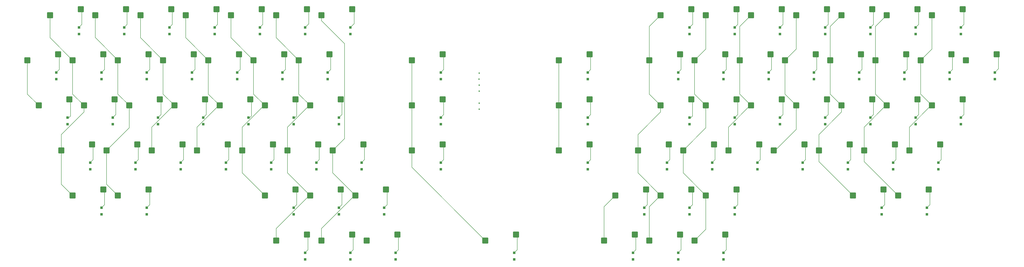
<source format=gbl>
G04 #@! TF.GenerationSoftware,KiCad,Pcbnew,8.0.9*
G04 #@! TF.CreationDate,2025-09-25T17:38:48-07:00*
G04 #@! TF.ProjectId,keyboard,6b657962-6f61-4726-942e-6b696361645f,v0.0.0-alpha*
G04 #@! TF.SameCoordinates,Original*
G04 #@! TF.FileFunction,Copper,L4,Bot*
G04 #@! TF.FilePolarity,Positive*
%FSLAX46Y46*%
G04 Gerber Fmt 4.6, Leading zero omitted, Abs format (unit mm)*
G04 Created by KiCad (PCBNEW 8.0.9) date 2025-09-25 17:38:48*
%MOMM*%
%LPD*%
G01*
G04 APERTURE LIST*
G04 Aperture macros list*
%AMRoundRect*
0 Rectangle with rounded corners*
0 $1 Rounding radius*
0 $2 $3 $4 $5 $6 $7 $8 $9 X,Y pos of 4 corners*
0 Add a 4 corners polygon primitive as box body*
4,1,4,$2,$3,$4,$5,$6,$7,$8,$9,$2,$3,0*
0 Add four circle primitives for the rounded corners*
1,1,$1+$1,$2,$3*
1,1,$1+$1,$4,$5*
1,1,$1+$1,$6,$7*
1,1,$1+$1,$8,$9*
0 Add four rect primitives between the rounded corners*
20,1,$1+$1,$2,$3,$4,$5,0*
20,1,$1+$1,$4,$5,$6,$7,0*
20,1,$1+$1,$6,$7,$8,$9,0*
20,1,$1+$1,$8,$9,$2,$3,0*%
G04 Aperture macros list end*
G04 #@! TA.AperFunction,SMDPad,CuDef*
%ADD10RoundRect,0.250000X-1.025000X-1.000000X1.025000X-1.000000X1.025000X1.000000X-1.025000X1.000000X0*%
G04 #@! TD*
G04 #@! TA.AperFunction,SMDPad,CuDef*
%ADD11RoundRect,0.250000X0.300000X-0.300000X0.300000X0.300000X-0.300000X0.300000X-0.300000X-0.300000X0*%
G04 #@! TD*
G04 #@! TA.AperFunction,ViaPad*
%ADD12C,0.600000*%
G04 #@! TD*
G04 #@! TA.AperFunction,Conductor*
%ADD13C,0.200000*%
G04 #@! TD*
G04 APERTURE END LIST*
D10*
G04 #@! TO.P,SW27,1*
G04 #@! TO.N,COL17*
X414484200Y-161116700D03*
G04 #@! TO.P,SW27,2*
G04 #@! TO.N,N$27*
X427411200Y-158576700D03*
G04 #@! TD*
G04 #@! TO.P,SW37,1*
G04 #@! TO.N,COL5*
X195409200Y-180166700D03*
G04 #@! TO.P,SW37,2*
G04 #@! TO.N,N$37*
X208336200Y-177626700D03*
G04 #@! TD*
G04 #@! TO.P,SW63,1*
G04 #@! TO.N,COL20*
X466871700Y-199216700D03*
G04 #@! TO.P,SW63,2*
G04 #@! TO.N,N$63*
X479798700Y-196676700D03*
G04 #@! TD*
G04 #@! TO.P,SW50,1*
G04 #@! TO.N,COL3*
X147784200Y-199216700D03*
G04 #@! TO.P,SW50,2*
G04 #@! TO.N,N$50*
X160711200Y-196676700D03*
G04 #@! TD*
G04 #@! TO.P,SW71,1*
G04 #@! TO.N,COL15*
X381146700Y-218266700D03*
G04 #@! TO.P,SW71,2*
G04 #@! TO.N,N$71*
X394073700Y-215726700D03*
G04 #@! TD*
G04 #@! TO.P,SW39,1*
G04 #@! TO.N,COL9*
X257321700Y-180166700D03*
G04 #@! TO.P,SW39,2*
G04 #@! TO.N,N$39*
X270248700Y-177626700D03*
G04 #@! TD*
G04 #@! TO.P,SW56,1*
G04 #@! TO.N,COL12*
X319234200Y-199216700D03*
G04 #@! TO.P,SW56,2*
G04 #@! TO.N,N$56*
X332161200Y-196676700D03*
G04 #@! TD*
G04 #@! TO.P,SW45,1*
G04 #@! TO.N,COL18*
X438296700Y-180166700D03*
G04 #@! TO.P,SW45,2*
G04 #@! TO.N,N$45*
X451223700Y-177626700D03*
G04 #@! TD*
G04 #@! TO.P,SW6,1*
G04 #@! TO.N,COL6*
X200171700Y-142066700D03*
G04 #@! TO.P,SW6,2*
G04 #@! TO.N,N$6*
X213098700Y-139526700D03*
G04 #@! TD*
G04 #@! TO.P,SW70,1*
G04 #@! TO.N,COL14*
X362096700Y-218266700D03*
G04 #@! TO.P,SW70,2*
G04 #@! TO.N,N$70*
X375023700Y-215726700D03*
G04 #@! TD*
G04 #@! TO.P,SW72,1*
G04 #@! TO.N,COL18*
X443059200Y-218266700D03*
G04 #@! TO.P,SW72,2*
G04 #@! TO.N,N$72*
X455986200Y-215726700D03*
G04 #@! TD*
G04 #@! TO.P,SW40,1*
G04 #@! TO.N,COL12*
X319234200Y-180166700D03*
G04 #@! TO.P,SW40,2*
G04 #@! TO.N,N$40*
X332161200Y-177626700D03*
G04 #@! TD*
G04 #@! TO.P,SW65,1*
G04 #@! TO.N,COL2*
X133496700Y-218266700D03*
G04 #@! TO.P,SW65,2*
G04 #@! TO.N,N$65*
X146423700Y-215726700D03*
G04 #@! TD*
G04 #@! TO.P,SW1,1*
G04 #@! TO.N,COL1*
X104921700Y-142066700D03*
G04 #@! TO.P,SW1,2*
G04 #@! TO.N,N$1*
X117848700Y-139526700D03*
G04 #@! TD*
G04 #@! TO.P,SW64,1*
G04 #@! TO.N,COL1*
X114446700Y-218266700D03*
G04 #@! TO.P,SW64,2*
G04 #@! TO.N,N$64*
X127373700Y-215726700D03*
G04 #@! TD*
G04 #@! TO.P,SW21,1*
G04 #@! TO.N,COL6*
X209696700Y-161116700D03*
G04 #@! TO.P,SW21,2*
G04 #@! TO.N,N$21*
X222623700Y-158576700D03*
G04 #@! TD*
G04 #@! TO.P,SW68,1*
G04 #@! TO.N,COL7*
X233509200Y-218266700D03*
G04 #@! TO.P,SW68,2*
G04 #@! TO.N,N$68*
X246436200Y-215726700D03*
G04 #@! TD*
G04 #@! TO.P,SW75,1*
G04 #@! TO.N,COL7*
X219221700Y-237316700D03*
G04 #@! TO.P,SW75,2*
G04 #@! TO.N,N$75*
X232148700Y-234776700D03*
G04 #@! TD*
G04 #@! TO.P,SW13,1*
G04 #@! TO.N,COL19*
X457346700Y-142066700D03*
G04 #@! TO.P,SW13,2*
G04 #@! TO.N,N$13*
X470273700Y-139526700D03*
G04 #@! TD*
G04 #@! TO.P,SW38,1*
G04 #@! TO.N,COL6*
X214459200Y-180166700D03*
G04 #@! TO.P,SW38,2*
G04 #@! TO.N,N$38*
X227386200Y-177626700D03*
G04 #@! TD*
G04 #@! TO.P,SW29,1*
G04 #@! TO.N,COL19*
X452584200Y-161116700D03*
G04 #@! TO.P,SW29,2*
G04 #@! TO.N,N$29*
X465511200Y-158576700D03*
G04 #@! TD*
G04 #@! TO.P,SW22,1*
G04 #@! TO.N,COL9*
X257321700Y-161116700D03*
G04 #@! TO.P,SW22,2*
G04 #@! TO.N,N$22*
X270248700Y-158576700D03*
G04 #@! TD*
G04 #@! TO.P,SW53,1*
G04 #@! TO.N,COL6*
X204934200Y-199216700D03*
G04 #@! TO.P,SW53,2*
G04 #@! TO.N,N$53*
X217861200Y-196676700D03*
G04 #@! TD*
G04 #@! TO.P,SW57,1*
G04 #@! TO.N,COL14*
X352571700Y-199216700D03*
G04 #@! TO.P,SW57,2*
G04 #@! TO.N,N$57*
X365498700Y-196676700D03*
G04 #@! TD*
G04 #@! TO.P,SW61,1*
G04 #@! TO.N,COL18*
X428771700Y-199216700D03*
G04 #@! TO.P,SW61,2*
G04 #@! TO.N,N$61*
X441698700Y-196676700D03*
G04 #@! TD*
G04 #@! TO.P,SW74,1*
G04 #@! TO.N,COL6*
X200171700Y-237316700D03*
G04 #@! TO.P,SW74,2*
G04 #@! TO.N,N$74*
X213098700Y-234776700D03*
G04 #@! TD*
G04 #@! TO.P,SW60,1*
G04 #@! TO.N,COL17*
X409721700Y-199216700D03*
G04 #@! TO.P,SW60,2*
G04 #@! TO.N,N$60*
X422648700Y-196676700D03*
G04 #@! TD*
G04 #@! TO.P,SW32,1*
G04 #@! TO.N,COL0*
X100159200Y-180166700D03*
G04 #@! TO.P,SW32,2*
G04 #@! TO.N,N$32*
X113086200Y-177626700D03*
G04 #@! TD*
G04 #@! TO.P,SW42,1*
G04 #@! TO.N,COL15*
X381146700Y-180166700D03*
G04 #@! TO.P,SW42,2*
G04 #@! TO.N,N$42*
X394073700Y-177626700D03*
G04 #@! TD*
G04 #@! TO.P,SW49,1*
G04 #@! TO.N,COL2*
X128734200Y-199216700D03*
G04 #@! TO.P,SW49,2*
G04 #@! TO.N,N$49*
X141661200Y-196676700D03*
G04 #@! TD*
G04 #@! TO.P,SW52,1*
G04 #@! TO.N,COL5*
X185884200Y-199216700D03*
G04 #@! TO.P,SW52,2*
G04 #@! TO.N,N$52*
X198811200Y-196676700D03*
G04 #@! TD*
G04 #@! TO.P,SW66,1*
G04 #@! TO.N,COL5*
X195409200Y-218266700D03*
G04 #@! TO.P,SW66,2*
G04 #@! TO.N,N$66*
X208336200Y-215726700D03*
G04 #@! TD*
G04 #@! TO.P,SW18,1*
G04 #@! TO.N,COL3*
X152546700Y-161116700D03*
G04 #@! TO.P,SW18,2*
G04 #@! TO.N,N$18*
X165473700Y-158576700D03*
G04 #@! TD*
G04 #@! TO.P,SW59,1*
G04 #@! TO.N,COL16*
X390671700Y-199216700D03*
G04 #@! TO.P,SW59,2*
G04 #@! TO.N,N$59*
X403598700Y-196676700D03*
G04 #@! TD*
G04 #@! TO.P,SW16,1*
G04 #@! TO.N,COL1*
X114446700Y-161116700D03*
G04 #@! TO.P,SW16,2*
G04 #@! TO.N,N$16*
X127373700Y-158576700D03*
G04 #@! TD*
G04 #@! TO.P,SW31,1*
G04 #@! TO.N,COL21*
X490684200Y-161116700D03*
G04 #@! TO.P,SW31,2*
G04 #@! TO.N,N$31*
X503611200Y-158576700D03*
G04 #@! TD*
G04 #@! TO.P,SW11,1*
G04 #@! TO.N,COL17*
X419246700Y-142066700D03*
G04 #@! TO.P,SW11,2*
G04 #@! TO.N,N$11*
X432173700Y-139526700D03*
G04 #@! TD*
G04 #@! TO.P,SW8,1*
G04 #@! TO.N,COL14*
X362096700Y-142066700D03*
G04 #@! TO.P,SW8,2*
G04 #@! TO.N,N$8*
X375023700Y-139526700D03*
G04 #@! TD*
G04 #@! TO.P,SW4,1*
G04 #@! TO.N,COL4*
X162071700Y-142066700D03*
G04 #@! TO.P,SW4,2*
G04 #@! TO.N,N$4*
X174998700Y-139526700D03*
G04 #@! TD*
G04 #@! TO.P,SW17,1*
G04 #@! TO.N,COL2*
X133496700Y-161116700D03*
G04 #@! TO.P,SW17,2*
G04 #@! TO.N,N$17*
X146423700Y-158576700D03*
G04 #@! TD*
G04 #@! TO.P,SW41,1*
G04 #@! TO.N,COL14*
X362096700Y-180166700D03*
G04 #@! TO.P,SW41,2*
G04 #@! TO.N,N$41*
X375023700Y-177626700D03*
G04 #@! TD*
G04 #@! TO.P,SW10,1*
G04 #@! TO.N,COL16*
X400196700Y-142066700D03*
G04 #@! TO.P,SW10,2*
G04 #@! TO.N,N$10*
X413123700Y-139526700D03*
G04 #@! TD*
G04 #@! TO.P,SW69,1*
G04 #@! TO.N,COL13*
X343046700Y-218266700D03*
G04 #@! TO.P,SW69,2*
G04 #@! TO.N,N$69*
X355973700Y-215726700D03*
G04 #@! TD*
G04 #@! TO.P,SW76,1*
G04 #@! TO.N,COL8*
X238271700Y-237316700D03*
G04 #@! TO.P,SW76,2*
G04 #@! TO.N,N$76*
X251198700Y-234776700D03*
G04 #@! TD*
G04 #@! TO.P,SW15,1*
G04 #@! TO.N,COL0*
X95396700Y-161116700D03*
G04 #@! TO.P,SW15,2*
G04 #@! TO.N,N$15*
X108323700Y-158576700D03*
G04 #@! TD*
G04 #@! TO.P,SW43,1*
G04 #@! TO.N,COL16*
X400196700Y-180166700D03*
G04 #@! TO.P,SW43,2*
G04 #@! TO.N,N$43*
X413123700Y-177626700D03*
G04 #@! TD*
G04 #@! TO.P,SW25,1*
G04 #@! TO.N,COL15*
X376384200Y-161116700D03*
G04 #@! TO.P,SW25,2*
G04 #@! TO.N,N$25*
X389311200Y-158576700D03*
G04 #@! TD*
G04 #@! TO.P,SW78,1*
G04 #@! TO.N,COL13*
X338284200Y-237316700D03*
G04 #@! TO.P,SW78,2*
G04 #@! TO.N,N$78*
X351211200Y-234776700D03*
G04 #@! TD*
G04 #@! TO.P,SW28,1*
G04 #@! TO.N,COL18*
X433534200Y-161116700D03*
G04 #@! TO.P,SW28,2*
G04 #@! TO.N,N$28*
X446461200Y-158576700D03*
G04 #@! TD*
G04 #@! TO.P,SW77,1*
G04 #@! TO.N,COL9*
X288278000Y-237316700D03*
G04 #@! TO.P,SW77,2*
G04 #@! TO.N,N$77*
X301205000Y-234776700D03*
G04 #@! TD*
G04 #@! TO.P,SW14,1*
G04 #@! TO.N,COL20*
X476396700Y-142066700D03*
G04 #@! TO.P,SW14,2*
G04 #@! TO.N,N$14*
X489323700Y-139526700D03*
G04 #@! TD*
G04 #@! TO.P,SW54,1*
G04 #@! TO.N,COL7*
X223984200Y-199216700D03*
G04 #@! TO.P,SW54,2*
G04 #@! TO.N,N$54*
X236911200Y-196676700D03*
G04 #@! TD*
G04 #@! TO.P,SW26,1*
G04 #@! TO.N,COL16*
X395434200Y-161116700D03*
G04 #@! TO.P,SW26,2*
G04 #@! TO.N,N$26*
X408361200Y-158576700D03*
G04 #@! TD*
G04 #@! TO.P,SW80,1*
G04 #@! TO.N,COL15*
X376384200Y-237316700D03*
G04 #@! TO.P,SW80,2*
G04 #@! TO.N,N$80*
X389311200Y-234776700D03*
G04 #@! TD*
G04 #@! TO.P,SW47,1*
G04 #@! TO.N,COL20*
X476396700Y-180166700D03*
G04 #@! TO.P,SW47,2*
G04 #@! TO.N,N$47*
X489323700Y-177626700D03*
G04 #@! TD*
G04 #@! TO.P,SW24,1*
G04 #@! TO.N,COL14*
X357334200Y-161116700D03*
G04 #@! TO.P,SW24,2*
G04 #@! TO.N,N$24*
X370261200Y-158576700D03*
G04 #@! TD*
G04 #@! TO.P,SW46,1*
G04 #@! TO.N,COL19*
X457346700Y-180166700D03*
G04 #@! TO.P,SW46,2*
G04 #@! TO.N,N$46*
X470273700Y-177626700D03*
G04 #@! TD*
G04 #@! TO.P,SW3,1*
G04 #@! TO.N,COL3*
X143021700Y-142066700D03*
G04 #@! TO.P,SW3,2*
G04 #@! TO.N,N$3*
X155948700Y-139526700D03*
G04 #@! TD*
G04 #@! TO.P,SW58,1*
G04 #@! TO.N,COL15*
X371621700Y-199216700D03*
G04 #@! TO.P,SW58,2*
G04 #@! TO.N,N$58*
X384548700Y-196676700D03*
G04 #@! TD*
G04 #@! TO.P,SW51,1*
G04 #@! TO.N,COL4*
X166834200Y-199216700D03*
G04 #@! TO.P,SW51,2*
G04 #@! TO.N,N$51*
X179761200Y-196676700D03*
G04 #@! TD*
G04 #@! TO.P,SW36,1*
G04 #@! TO.N,COL4*
X176359200Y-180166700D03*
G04 #@! TO.P,SW36,2*
G04 #@! TO.N,N$36*
X189286200Y-177626700D03*
G04 #@! TD*
G04 #@! TO.P,SW30,1*
G04 #@! TO.N,COL20*
X471634200Y-161116700D03*
G04 #@! TO.P,SW30,2*
G04 #@! TO.N,N$30*
X484561200Y-158576700D03*
G04 #@! TD*
G04 #@! TO.P,SW34,1*
G04 #@! TO.N,COL2*
X138259200Y-180166700D03*
G04 #@! TO.P,SW34,2*
G04 #@! TO.N,N$34*
X151186200Y-177626700D03*
G04 #@! TD*
G04 #@! TO.P,SW79,1*
G04 #@! TO.N,COL14*
X357334200Y-237316700D03*
G04 #@! TO.P,SW79,2*
G04 #@! TO.N,N$79*
X370261200Y-234776700D03*
G04 #@! TD*
G04 #@! TO.P,SW67,1*
G04 #@! TO.N,COL6*
X214459200Y-218266700D03*
G04 #@! TO.P,SW67,2*
G04 #@! TO.N,N$67*
X227386200Y-215726700D03*
G04 #@! TD*
G04 #@! TO.P,SW7,1*
G04 #@! TO.N,COL7*
X219221700Y-142066700D03*
G04 #@! TO.P,SW7,2*
G04 #@! TO.N,N$7*
X232148700Y-139526700D03*
G04 #@! TD*
G04 #@! TO.P,SW12,1*
G04 #@! TO.N,COL18*
X438296700Y-142066700D03*
G04 #@! TO.P,SW12,2*
G04 #@! TO.N,N$12*
X451223700Y-139526700D03*
G04 #@! TD*
G04 #@! TO.P,SW73,1*
G04 #@! TO.N,COL19*
X462109200Y-218266700D03*
G04 #@! TO.P,SW73,2*
G04 #@! TO.N,N$73*
X475036200Y-215726700D03*
G04 #@! TD*
G04 #@! TO.P,SW2,1*
G04 #@! TO.N,COL2*
X123971700Y-142066700D03*
G04 #@! TO.P,SW2,2*
G04 #@! TO.N,N$2*
X136898700Y-139526700D03*
G04 #@! TD*
G04 #@! TO.P,SW33,1*
G04 #@! TO.N,COL1*
X119209200Y-180166700D03*
G04 #@! TO.P,SW33,2*
G04 #@! TO.N,N$33*
X132136200Y-177626700D03*
G04 #@! TD*
G04 #@! TO.P,SW23,1*
G04 #@! TO.N,COL12*
X319234200Y-161116700D03*
G04 #@! TO.P,SW23,2*
G04 #@! TO.N,N$23*
X332161200Y-158576700D03*
G04 #@! TD*
G04 #@! TO.P,SW20,1*
G04 #@! TO.N,COL5*
X190646700Y-161116700D03*
G04 #@! TO.P,SW20,2*
G04 #@! TO.N,N$20*
X203573700Y-158576700D03*
G04 #@! TD*
G04 #@! TO.P,SW44,1*
G04 #@! TO.N,COL17*
X419246700Y-180166700D03*
G04 #@! TO.P,SW44,2*
G04 #@! TO.N,N$44*
X432173700Y-177626700D03*
G04 #@! TD*
G04 #@! TO.P,SW55,1*
G04 #@! TO.N,COL9*
X257321700Y-199216700D03*
G04 #@! TO.P,SW55,2*
G04 #@! TO.N,N$55*
X270248700Y-196676700D03*
G04 #@! TD*
G04 #@! TO.P,SW9,1*
G04 #@! TO.N,COL15*
X381146700Y-142066700D03*
G04 #@! TO.P,SW9,2*
G04 #@! TO.N,N$9*
X394073700Y-139526700D03*
G04 #@! TD*
G04 #@! TO.P,SW48,1*
G04 #@! TO.N,COL1*
X109684200Y-199216700D03*
G04 #@! TO.P,SW48,2*
G04 #@! TO.N,N$48*
X122611200Y-196676700D03*
G04 #@! TD*
G04 #@! TO.P,SW19,1*
G04 #@! TO.N,COL4*
X171596700Y-161116700D03*
G04 #@! TO.P,SW19,2*
G04 #@! TO.N,N$19*
X184523700Y-158576700D03*
G04 #@! TD*
G04 #@! TO.P,SW35,1*
G04 #@! TO.N,COL3*
X157309200Y-180166700D03*
G04 #@! TO.P,SW35,2*
G04 #@! TO.N,N$35*
X170236200Y-177626700D03*
G04 #@! TD*
G04 #@! TO.P,SW5,1*
G04 #@! TO.N,COL5*
X181121700Y-142066700D03*
G04 #@! TO.P,SW5,2*
G04 #@! TO.N,N$5*
X194048700Y-139526700D03*
G04 #@! TD*
G04 #@! TO.P,SW62,1*
G04 #@! TO.N,COL19*
X447821700Y-199216700D03*
G04 #@! TO.P,SW62,2*
G04 #@! TO.N,N$62*
X460748700Y-196676700D03*
G04 #@! TD*
D11*
G04 #@! TO.P,D63,1*
G04 #@! TO.N,ROW3*
X479036700Y-207156700D03*
G04 #@! TO.P,D63,2*
G04 #@! TO.N,N$63*
X479036700Y-204356700D03*
G04 #@! TD*
G04 #@! TO.P,D47,1*
G04 #@! TO.N,ROW2*
X488561700Y-188106700D03*
G04 #@! TO.P,D47,2*
G04 #@! TO.N,N$47*
X488561700Y-185306700D03*
G04 #@! TD*
G04 #@! TO.P,D53,1*
G04 #@! TO.N,ROW3*
X217099200Y-207156700D03*
G04 #@! TO.P,D53,2*
G04 #@! TO.N,N$53*
X217099200Y-204356700D03*
G04 #@! TD*
G04 #@! TO.P,D40,1*
G04 #@! TO.N,ROW2*
X331399200Y-188106700D03*
G04 #@! TO.P,D40,2*
G04 #@! TO.N,N$40*
X331399200Y-185306700D03*
G04 #@! TD*
G04 #@! TO.P,D76,1*
G04 #@! TO.N,ROW5*
X250436700Y-245256700D03*
G04 #@! TO.P,D76,2*
G04 #@! TO.N,N$76*
X250436700Y-242456700D03*
G04 #@! TD*
G04 #@! TO.P,D75,1*
G04 #@! TO.N,ROW5*
X231386700Y-245256700D03*
G04 #@! TO.P,D75,2*
G04 #@! TO.N,N$75*
X231386700Y-242456700D03*
G04 #@! TD*
G04 #@! TO.P,D64,1*
G04 #@! TO.N,ROW4*
X126611700Y-226206700D03*
G04 #@! TO.P,D64,2*
G04 #@! TO.N,N$64*
X126611700Y-223406700D03*
G04 #@! TD*
G04 #@! TO.P,D69,1*
G04 #@! TO.N,ROW4*
X355211700Y-226206700D03*
G04 #@! TO.P,D69,2*
G04 #@! TO.N,N$69*
X355211700Y-223406700D03*
G04 #@! TD*
G04 #@! TO.P,D38,1*
G04 #@! TO.N,ROW2*
X226624200Y-188106700D03*
G04 #@! TO.P,D38,2*
G04 #@! TO.N,N$38*
X226624200Y-185306700D03*
G04 #@! TD*
G04 #@! TO.P,D14,1*
G04 #@! TO.N,ROW0*
X488561700Y-150006700D03*
G04 #@! TO.P,D14,2*
G04 #@! TO.N,N$14*
X488561700Y-147206700D03*
G04 #@! TD*
G04 #@! TO.P,D26,1*
G04 #@! TO.N,ROW1*
X407599200Y-169056700D03*
G04 #@! TO.P,D26,2*
G04 #@! TO.N,N$26*
X407599200Y-166256700D03*
G04 #@! TD*
G04 #@! TO.P,D6,1*
G04 #@! TO.N,ROW0*
X212336700Y-150006700D03*
G04 #@! TO.P,D6,2*
G04 #@! TO.N,N$6*
X212336700Y-147206700D03*
G04 #@! TD*
G04 #@! TO.P,D15,1*
G04 #@! TO.N,ROW1*
X107561700Y-169056700D03*
G04 #@! TO.P,D15,2*
G04 #@! TO.N,N$15*
X107561700Y-166256700D03*
G04 #@! TD*
G04 #@! TO.P,D8,1*
G04 #@! TO.N,ROW0*
X374261700Y-150006700D03*
G04 #@! TO.P,D8,2*
G04 #@! TO.N,N$8*
X374261700Y-147206700D03*
G04 #@! TD*
G04 #@! TO.P,D61,1*
G04 #@! TO.N,ROW3*
X440936700Y-207156700D03*
G04 #@! TO.P,D61,2*
G04 #@! TO.N,N$61*
X440936700Y-204356700D03*
G04 #@! TD*
G04 #@! TO.P,D72,1*
G04 #@! TO.N,ROW4*
X455224200Y-226206700D03*
G04 #@! TO.P,D72,2*
G04 #@! TO.N,N$72*
X455224200Y-223406700D03*
G04 #@! TD*
G04 #@! TO.P,D62,1*
G04 #@! TO.N,ROW3*
X459986700Y-207156700D03*
G04 #@! TO.P,D62,2*
G04 #@! TO.N,N$62*
X459986700Y-204356700D03*
G04 #@! TD*
G04 #@! TO.P,D70,1*
G04 #@! TO.N,ROW4*
X374261700Y-226206700D03*
G04 #@! TO.P,D70,2*
G04 #@! TO.N,N$70*
X374261700Y-223406700D03*
G04 #@! TD*
G04 #@! TO.P,D2,1*
G04 #@! TO.N,ROW0*
X136136700Y-150006700D03*
G04 #@! TO.P,D2,2*
G04 #@! TO.N,N$2*
X136136700Y-147206700D03*
G04 #@! TD*
G04 #@! TO.P,D44,1*
G04 #@! TO.N,ROW2*
X431411700Y-188106700D03*
G04 #@! TO.P,D44,2*
G04 #@! TO.N,N$44*
X431411700Y-185306700D03*
G04 #@! TD*
G04 #@! TO.P,D60,1*
G04 #@! TO.N,ROW3*
X421886700Y-207156700D03*
G04 #@! TO.P,D60,2*
G04 #@! TO.N,N$60*
X421886700Y-204356700D03*
G04 #@! TD*
G04 #@! TO.P,D21,1*
G04 #@! TO.N,ROW1*
X221861700Y-169056700D03*
G04 #@! TO.P,D21,2*
G04 #@! TO.N,N$21*
X221861700Y-166256700D03*
G04 #@! TD*
G04 #@! TO.P,D68,1*
G04 #@! TO.N,ROW4*
X245674200Y-226206700D03*
G04 #@! TO.P,D68,2*
G04 #@! TO.N,N$68*
X245674200Y-223406700D03*
G04 #@! TD*
G04 #@! TO.P,D24,1*
G04 #@! TO.N,ROW1*
X369499200Y-169056700D03*
G04 #@! TO.P,D24,2*
G04 #@! TO.N,N$24*
X369499200Y-166256700D03*
G04 #@! TD*
G04 #@! TO.P,D30,1*
G04 #@! TO.N,ROW1*
X483799200Y-169056700D03*
G04 #@! TO.P,D30,2*
G04 #@! TO.N,N$30*
X483799200Y-166256700D03*
G04 #@! TD*
G04 #@! TO.P,D39,1*
G04 #@! TO.N,ROW2*
X269486700Y-188106700D03*
G04 #@! TO.P,D39,2*
G04 #@! TO.N,N$39*
X269486700Y-185306700D03*
G04 #@! TD*
G04 #@! TO.P,D55,1*
G04 #@! TO.N,ROW3*
X269486700Y-207156700D03*
G04 #@! TO.P,D55,2*
G04 #@! TO.N,N$55*
X269486700Y-204356700D03*
G04 #@! TD*
G04 #@! TO.P,D29,1*
G04 #@! TO.N,ROW1*
X464749200Y-169056700D03*
G04 #@! TO.P,D29,2*
G04 #@! TO.N,N$29*
X464749200Y-166256700D03*
G04 #@! TD*
G04 #@! TO.P,D71,1*
G04 #@! TO.N,ROW4*
X393311700Y-226206700D03*
G04 #@! TO.P,D71,2*
G04 #@! TO.N,N$71*
X393311700Y-223406700D03*
G04 #@! TD*
G04 #@! TO.P,D34,1*
G04 #@! TO.N,ROW2*
X150424200Y-188106700D03*
G04 #@! TO.P,D34,2*
G04 #@! TO.N,N$34*
X150424200Y-185306700D03*
G04 #@! TD*
G04 #@! TO.P,D35,1*
G04 #@! TO.N,ROW2*
X169474200Y-188106700D03*
G04 #@! TO.P,D35,2*
G04 #@! TO.N,N$35*
X169474200Y-185306700D03*
G04 #@! TD*
G04 #@! TO.P,D16,1*
G04 #@! TO.N,ROW1*
X126611700Y-169056700D03*
G04 #@! TO.P,D16,2*
G04 #@! TO.N,N$16*
X126611700Y-166256700D03*
G04 #@! TD*
G04 #@! TO.P,D9,1*
G04 #@! TO.N,ROW0*
X393311700Y-150006700D03*
G04 #@! TO.P,D9,2*
G04 #@! TO.N,N$9*
X393311700Y-147206700D03*
G04 #@! TD*
G04 #@! TO.P,D67,1*
G04 #@! TO.N,ROW4*
X226624200Y-226206700D03*
G04 #@! TO.P,D67,2*
G04 #@! TO.N,N$67*
X226624200Y-223406700D03*
G04 #@! TD*
G04 #@! TO.P,D18,1*
G04 #@! TO.N,ROW1*
X164711700Y-169056700D03*
G04 #@! TO.P,D18,2*
G04 #@! TO.N,N$18*
X164711700Y-166256700D03*
G04 #@! TD*
G04 #@! TO.P,D33,1*
G04 #@! TO.N,ROW2*
X131374200Y-188106700D03*
G04 #@! TO.P,D33,2*
G04 #@! TO.N,N$33*
X131374200Y-185306700D03*
G04 #@! TD*
G04 #@! TO.P,D79,1*
G04 #@! TO.N,ROW5*
X369499200Y-245256700D03*
G04 #@! TO.P,D79,2*
G04 #@! TO.N,N$79*
X369499200Y-242456700D03*
G04 #@! TD*
G04 #@! TO.P,D78,1*
G04 #@! TO.N,ROW5*
X350449200Y-245256700D03*
G04 #@! TO.P,D78,2*
G04 #@! TO.N,N$78*
X350449200Y-242456700D03*
G04 #@! TD*
G04 #@! TO.P,D25,1*
G04 #@! TO.N,ROW1*
X388549200Y-169056700D03*
G04 #@! TO.P,D25,2*
G04 #@! TO.N,N$25*
X388549200Y-166256700D03*
G04 #@! TD*
G04 #@! TO.P,D54,1*
G04 #@! TO.N,ROW3*
X236149200Y-207156700D03*
G04 #@! TO.P,D54,2*
G04 #@! TO.N,N$54*
X236149200Y-204356700D03*
G04 #@! TD*
G04 #@! TO.P,D41,1*
G04 #@! TO.N,ROW2*
X374261700Y-188106700D03*
G04 #@! TO.P,D41,2*
G04 #@! TO.N,N$41*
X374261700Y-185306700D03*
G04 #@! TD*
G04 #@! TO.P,D32,1*
G04 #@! TO.N,ROW2*
X112324200Y-188106700D03*
G04 #@! TO.P,D32,2*
G04 #@! TO.N,N$32*
X112324200Y-185306700D03*
G04 #@! TD*
G04 #@! TO.P,D65,1*
G04 #@! TO.N,ROW4*
X145661700Y-226206700D03*
G04 #@! TO.P,D65,2*
G04 #@! TO.N,N$65*
X145661700Y-223406700D03*
G04 #@! TD*
G04 #@! TO.P,D22,1*
G04 #@! TO.N,ROW1*
X269486700Y-169056700D03*
G04 #@! TO.P,D22,2*
G04 #@! TO.N,N$22*
X269486700Y-166256700D03*
G04 #@! TD*
G04 #@! TO.P,D77,1*
G04 #@! TO.N,ROW5*
X300443000Y-245256700D03*
G04 #@! TO.P,D77,2*
G04 #@! TO.N,N$77*
X300443000Y-242456700D03*
G04 #@! TD*
G04 #@! TO.P,D36,1*
G04 #@! TO.N,ROW2*
X188524200Y-188106700D03*
G04 #@! TO.P,D36,2*
G04 #@! TO.N,N$36*
X188524200Y-185306700D03*
G04 #@! TD*
G04 #@! TO.P,D73,1*
G04 #@! TO.N,ROW4*
X474274200Y-226206700D03*
G04 #@! TO.P,D73,2*
G04 #@! TO.N,N$73*
X474274200Y-223406700D03*
G04 #@! TD*
G04 #@! TO.P,D50,1*
G04 #@! TO.N,ROW3*
X159949200Y-207156700D03*
G04 #@! TO.P,D50,2*
G04 #@! TO.N,N$50*
X159949200Y-204356700D03*
G04 #@! TD*
G04 #@! TO.P,D5,1*
G04 #@! TO.N,ROW0*
X193286700Y-150006700D03*
G04 #@! TO.P,D5,2*
G04 #@! TO.N,N$5*
X193286700Y-147206700D03*
G04 #@! TD*
G04 #@! TO.P,D49,1*
G04 #@! TO.N,ROW3*
X140899200Y-207156700D03*
G04 #@! TO.P,D49,2*
G04 #@! TO.N,N$49*
X140899200Y-204356700D03*
G04 #@! TD*
G04 #@! TO.P,D19,1*
G04 #@! TO.N,ROW1*
X183761700Y-169056700D03*
G04 #@! TO.P,D19,2*
G04 #@! TO.N,N$19*
X183761700Y-166256700D03*
G04 #@! TD*
G04 #@! TO.P,D37,1*
G04 #@! TO.N,ROW2*
X207574200Y-188106700D03*
G04 #@! TO.P,D37,2*
G04 #@! TO.N,N$37*
X207574200Y-185306700D03*
G04 #@! TD*
G04 #@! TO.P,D59,1*
G04 #@! TO.N,ROW3*
X402836700Y-207156700D03*
G04 #@! TO.P,D59,2*
G04 #@! TO.N,N$59*
X402836700Y-204356700D03*
G04 #@! TD*
G04 #@! TO.P,D4,1*
G04 #@! TO.N,ROW0*
X174236700Y-150006700D03*
G04 #@! TO.P,D4,2*
G04 #@! TO.N,N$4*
X174236700Y-147206700D03*
G04 #@! TD*
G04 #@! TO.P,D48,1*
G04 #@! TO.N,ROW3*
X121849200Y-207156700D03*
G04 #@! TO.P,D48,2*
G04 #@! TO.N,N$48*
X121849200Y-204356700D03*
G04 #@! TD*
G04 #@! TO.P,D43,1*
G04 #@! TO.N,ROW2*
X412361700Y-188106700D03*
G04 #@! TO.P,D43,2*
G04 #@! TO.N,N$43*
X412361700Y-185306700D03*
G04 #@! TD*
G04 #@! TO.P,D12,1*
G04 #@! TO.N,ROW0*
X450461700Y-150006700D03*
G04 #@! TO.P,D12,2*
G04 #@! TO.N,N$12*
X450461700Y-147206700D03*
G04 #@! TD*
G04 #@! TO.P,D28,1*
G04 #@! TO.N,ROW1*
X445699200Y-169056700D03*
G04 #@! TO.P,D28,2*
G04 #@! TO.N,N$28*
X445699200Y-166256700D03*
G04 #@! TD*
G04 #@! TO.P,D52,1*
G04 #@! TO.N,ROW3*
X198049200Y-207156700D03*
G04 #@! TO.P,D52,2*
G04 #@! TO.N,N$52*
X198049200Y-204356700D03*
G04 #@! TD*
G04 #@! TO.P,D13,1*
G04 #@! TO.N,ROW0*
X469511700Y-150006700D03*
G04 #@! TO.P,D13,2*
G04 #@! TO.N,N$13*
X469511700Y-147206700D03*
G04 #@! TD*
G04 #@! TO.P,D11,1*
G04 #@! TO.N,ROW0*
X431411700Y-150006700D03*
G04 #@! TO.P,D11,2*
G04 #@! TO.N,N$11*
X431411700Y-147206700D03*
G04 #@! TD*
G04 #@! TO.P,D74,1*
G04 #@! TO.N,ROW5*
X212336700Y-245256700D03*
G04 #@! TO.P,D74,2*
G04 #@! TO.N,N$74*
X212336700Y-242456700D03*
G04 #@! TD*
G04 #@! TO.P,D17,1*
G04 #@! TO.N,ROW1*
X145661700Y-169056700D03*
G04 #@! TO.P,D17,2*
G04 #@! TO.N,N$17*
X145661700Y-166256700D03*
G04 #@! TD*
G04 #@! TO.P,D66,1*
G04 #@! TO.N,ROW4*
X207574200Y-226206700D03*
G04 #@! TO.P,D66,2*
G04 #@! TO.N,N$66*
X207574200Y-223406700D03*
G04 #@! TD*
G04 #@! TO.P,D7,1*
G04 #@! TO.N,ROW0*
X231386700Y-150006700D03*
G04 #@! TO.P,D7,2*
G04 #@! TO.N,N$7*
X231386700Y-147206700D03*
G04 #@! TD*
G04 #@! TO.P,D51,1*
G04 #@! TO.N,ROW3*
X178999200Y-207156700D03*
G04 #@! TO.P,D51,2*
G04 #@! TO.N,N$51*
X178999200Y-204356700D03*
G04 #@! TD*
G04 #@! TO.P,D42,1*
G04 #@! TO.N,ROW2*
X393311700Y-188106700D03*
G04 #@! TO.P,D42,2*
G04 #@! TO.N,N$42*
X393311700Y-185306700D03*
G04 #@! TD*
G04 #@! TO.P,D3,1*
G04 #@! TO.N,ROW0*
X155186700Y-150006700D03*
G04 #@! TO.P,D3,2*
G04 #@! TO.N,N$3*
X155186700Y-147206700D03*
G04 #@! TD*
G04 #@! TO.P,D58,1*
G04 #@! TO.N,ROW3*
X383786700Y-207156700D03*
G04 #@! TO.P,D58,2*
G04 #@! TO.N,N$58*
X383786700Y-204356700D03*
G04 #@! TD*
G04 #@! TO.P,D46,1*
G04 #@! TO.N,ROW2*
X469511700Y-188106700D03*
G04 #@! TO.P,D46,2*
G04 #@! TO.N,N$46*
X469511700Y-185306700D03*
G04 #@! TD*
G04 #@! TO.P,D10,1*
G04 #@! TO.N,ROW0*
X412361700Y-150006700D03*
G04 #@! TO.P,D10,2*
G04 #@! TO.N,N$10*
X412361700Y-147206700D03*
G04 #@! TD*
G04 #@! TO.P,D31,1*
G04 #@! TO.N,ROW1*
X502849200Y-169056700D03*
G04 #@! TO.P,D31,2*
G04 #@! TO.N,N$31*
X502849200Y-166256700D03*
G04 #@! TD*
G04 #@! TO.P,D57,1*
G04 #@! TO.N,ROW3*
X364736700Y-207156700D03*
G04 #@! TO.P,D57,2*
G04 #@! TO.N,N$57*
X364736700Y-204356700D03*
G04 #@! TD*
G04 #@! TO.P,D1,1*
G04 #@! TO.N,ROW0*
X117086700Y-150006700D03*
G04 #@! TO.P,D1,2*
G04 #@! TO.N,N$1*
X117086700Y-147206700D03*
G04 #@! TD*
G04 #@! TO.P,D27,1*
G04 #@! TO.N,ROW1*
X426649200Y-169056700D03*
G04 #@! TO.P,D27,2*
G04 #@! TO.N,N$27*
X426649200Y-166256700D03*
G04 #@! TD*
G04 #@! TO.P,D45,1*
G04 #@! TO.N,ROW2*
X450461700Y-188106700D03*
G04 #@! TO.P,D45,2*
G04 #@! TO.N,N$45*
X450461700Y-185306700D03*
G04 #@! TD*
G04 #@! TO.P,D80,1*
G04 #@! TO.N,ROW5*
X388549200Y-245256700D03*
G04 #@! TO.P,D80,2*
G04 #@! TO.N,N$80*
X388549200Y-242456700D03*
G04 #@! TD*
G04 #@! TO.P,D20,1*
G04 #@! TO.N,ROW1*
X202811700Y-169056700D03*
G04 #@! TO.P,D20,2*
G04 #@! TO.N,N$20*
X202811700Y-166256700D03*
G04 #@! TD*
G04 #@! TO.P,D23,1*
G04 #@! TO.N,ROW1*
X331399200Y-169056700D03*
G04 #@! TO.P,D23,2*
G04 #@! TO.N,N$23*
X331399200Y-166256700D03*
G04 #@! TD*
G04 #@! TO.P,D56,1*
G04 #@! TO.N,ROW3*
X331399200Y-207156700D03*
G04 #@! TO.P,D56,2*
G04 #@! TO.N,N$56*
X331399200Y-204356700D03*
G04 #@! TD*
D12*
G04 #@! TO.N,COL0*
X95396700Y-161116700D03*
G04 #@! TO.N,COL1*
X114446700Y-161125000D03*
G04 #@! TO.N,COL12*
X319234200Y-180125000D03*
G04 #@! TO.N,COL13*
X343031700Y-218281700D03*
G04 #@! TO.N,COL14*
X362090000Y-180160000D03*
G04 #@! TO.N,COL15*
X376384200Y-161250000D03*
G04 #@! TO.N,COL16*
X395434200Y-161125000D03*
G04 #@! TO.N,COL17*
X414375000Y-161000000D03*
G04 #@! TO.N,COL18*
X438296700Y-142066700D03*
G04 #@! TO.N,COL19*
X457346700Y-142066700D03*
G04 #@! TO.N,COL2*
X138259200Y-180166700D03*
G04 #@! TO.N,COL20*
X476396700Y-142066700D03*
G04 #@! TO.N,COL21*
X490684200Y-161116700D03*
G04 #@! TO.N,COL3*
X157375000Y-180125000D03*
G04 #@! TO.N,COL4*
X176437500Y-180312500D03*
G04 #@! TO.N,COL5*
X195500000Y-180250000D03*
G04 #@! TO.N,COL6*
X214459200Y-180166700D03*
G04 #@! TO.N,COL7*
X223984200Y-199250000D03*
G04 #@! TO.N,COL8*
X238271700Y-237316700D03*
G04 #@! TO.N,COL9*
X257375000Y-180250000D03*
G04 #@! TO.N,ROW0*
X450461700Y-150006700D03*
X155186700Y-150006700D03*
X117086700Y-150006700D03*
X374261700Y-150006700D03*
X212336700Y-150006700D03*
X231386700Y-150006700D03*
X285685000Y-166515000D03*
X469511700Y-150006700D03*
X412361700Y-150006700D03*
X393311700Y-150006700D03*
X174236700Y-150006700D03*
X431411700Y-150006700D03*
X193286700Y-150006700D03*
X136136700Y-150006700D03*
X488561700Y-150006700D03*
G04 #@! TO.N,ROW1*
X164711700Y-169056700D03*
X426649200Y-169056700D03*
X183761700Y-169056700D03*
X107561700Y-169056700D03*
X126611700Y-169056700D03*
X464749200Y-169056700D03*
X445699200Y-169056700D03*
X331399200Y-169056700D03*
X502849200Y-169056700D03*
X388549200Y-169056700D03*
X369499200Y-169056700D03*
X285625000Y-169056700D03*
X221875000Y-169056700D03*
X407599200Y-169056700D03*
X483799200Y-169056700D03*
X269486700Y-169056700D03*
X202875000Y-169056700D03*
X145661700Y-169056700D03*
G04 #@! TO.N,ROW2*
X393311700Y-188106700D03*
X431411700Y-188106700D03*
X285685000Y-171595000D03*
X412361700Y-188106700D03*
X488561700Y-188106700D03*
X112324200Y-188106700D03*
X331399200Y-188106700D03*
X450461700Y-188106700D03*
X131374200Y-188106700D03*
X374261700Y-188106700D03*
X169474200Y-188106700D03*
X226624200Y-188106700D03*
X269486700Y-188106700D03*
X150424200Y-188106700D03*
X207574200Y-188106700D03*
X188524200Y-188106700D03*
X469511700Y-188106700D03*
G04 #@! TO.N,ROW3*
X198049200Y-207156700D03*
X217099200Y-207156700D03*
X402836700Y-207156700D03*
X269500000Y-207156700D03*
X479036700Y-207156700D03*
X421886700Y-207156700D03*
X364736700Y-207156700D03*
X331399200Y-207156700D03*
X121849200Y-207156700D03*
X383786700Y-207156700D03*
X236149200Y-207156700D03*
X459986700Y-207156700D03*
X440936700Y-207156700D03*
X178999200Y-207156700D03*
X140899200Y-207156700D03*
X285685000Y-174135000D03*
X159949200Y-207156700D03*
G04 #@! TO.N,ROW4*
X455224200Y-226206700D03*
X145661700Y-226206700D03*
X285685000Y-179215000D03*
X374261700Y-226206700D03*
X393311700Y-226206700D03*
X126611700Y-226206700D03*
X207574200Y-226206700D03*
X226624200Y-226206700D03*
X355211700Y-226206700D03*
X245625000Y-226206700D03*
X474274200Y-226206700D03*
G04 #@! TO.N,ROW5*
X250436700Y-245256700D03*
X388549200Y-245256700D03*
X212336700Y-245256700D03*
X369499200Y-245256700D03*
X231386700Y-245256700D03*
X285685000Y-181755000D03*
X300443000Y-245256700D03*
X350449200Y-245256700D03*
G04 #@! TD*
D13*
G04 #@! TO.N,COL0*
X95396700Y-175404200D02*
X95396700Y-161116700D01*
X100159200Y-180166700D02*
X95396700Y-175404200D01*
G04 #@! TO.N,COL1*
X114446700Y-218266700D02*
X109684200Y-213504200D01*
X114446700Y-175404200D02*
X114446700Y-161125000D01*
X119209200Y-180166700D02*
X114446700Y-175404200D01*
X109684200Y-199216700D02*
X109684200Y-192504288D01*
X119209200Y-182979288D02*
X119209200Y-180166700D01*
X109684200Y-213504200D02*
X109684200Y-199216700D01*
X114446700Y-161116700D02*
X104921700Y-151591700D01*
X109684200Y-192504288D02*
X119209200Y-182979288D01*
X104921700Y-151591700D02*
X104921700Y-142066700D01*
G04 #@! TO.N,COL12*
X319234200Y-180125000D02*
X319234200Y-161116700D01*
X319234200Y-199216700D02*
X319234200Y-180166700D01*
G04 #@! TO.N,COL13*
X338284200Y-237316700D02*
X338284200Y-223029200D01*
X338284200Y-223029200D02*
X343031700Y-218281700D01*
G04 #@! TO.N,COL14*
X357334200Y-237316700D02*
X357334200Y-223029200D01*
X362090000Y-180160000D02*
X357334200Y-175404200D01*
X357334200Y-223029200D02*
X362096700Y-218266700D01*
X357334200Y-175404200D02*
X357334200Y-161116700D01*
X362096700Y-182979288D02*
X362096700Y-180166700D01*
X362096700Y-218266700D02*
X352571700Y-208741700D01*
X357334200Y-146829200D02*
X362096700Y-142066700D01*
X352571700Y-199216700D02*
X352571700Y-192504288D01*
X352571700Y-192504288D02*
X362096700Y-182979288D01*
X352571700Y-208741700D02*
X352571700Y-199216700D01*
X357334200Y-161116700D02*
X357334200Y-146829200D01*
G04 #@! TO.N,COL15*
X381146700Y-218266700D02*
X381146700Y-232554200D01*
X381146700Y-232554200D02*
X376384200Y-237316700D01*
X381146700Y-189691700D02*
X371621700Y-199216700D01*
X376384200Y-161250000D02*
X376384200Y-175404200D01*
X371621700Y-208741700D02*
X381146700Y-218266700D01*
X381146700Y-142066700D02*
X381146700Y-156354200D01*
X376384200Y-175404200D02*
X381146700Y-180166700D01*
X381146700Y-180166700D02*
X381146700Y-189691700D01*
X371621700Y-199216700D02*
X371621700Y-208741700D01*
X381146700Y-156354200D02*
X376384200Y-161116700D01*
G04 #@! TO.N,COL16*
X395434200Y-146829200D02*
X400196700Y-142066700D01*
X390671700Y-199216700D02*
X390671700Y-189361956D01*
X400196700Y-180166700D02*
X395434200Y-175404200D01*
X390671700Y-189361956D02*
X399866956Y-180166700D01*
X395434200Y-161116700D02*
X395434200Y-146829200D01*
X395434200Y-175404200D02*
X395434200Y-161125000D01*
G04 #@! TO.N,COL17*
X419246700Y-142066700D02*
X419246700Y-156354200D01*
X419246700Y-180166700D02*
X419246700Y-190315050D01*
X414484200Y-175404200D02*
X419246700Y-180166700D01*
X414484200Y-161116700D02*
X414484200Y-175404200D01*
X419246700Y-156354200D02*
X414484200Y-161116700D01*
X419246700Y-190315050D02*
X410345050Y-199216700D01*
G04 #@! TO.N,COL18*
X443059200Y-218266700D02*
X428771700Y-203979200D01*
X438296700Y-182979288D02*
X438296700Y-180166700D01*
X428771700Y-199216700D02*
X428771700Y-192504288D01*
X428771700Y-203979200D02*
X428771700Y-199216700D01*
X433534200Y-146829200D02*
X438296700Y-142066700D01*
X433534200Y-175404200D02*
X433534200Y-161116700D01*
X438296700Y-180166700D02*
X433534200Y-175404200D01*
X433534200Y-161116700D02*
X433534200Y-146829200D01*
X428771700Y-192504288D02*
X438296700Y-182979288D01*
G04 #@! TO.N,COL19*
X462109200Y-218266700D02*
X447821700Y-203979200D01*
X447821700Y-199216700D02*
X447821700Y-189361956D01*
X452584200Y-161116700D02*
X452584200Y-146829200D01*
X447821700Y-203979200D02*
X447821700Y-199216700D01*
X457346700Y-180166700D02*
X452584200Y-175404200D01*
X452584200Y-146829200D02*
X457346700Y-142066700D01*
X447821700Y-189361956D02*
X457016956Y-180166700D01*
X452584200Y-175404200D02*
X452584200Y-161116700D01*
G04 #@! TO.N,COL2*
X133496700Y-175404200D02*
X133496700Y-161116700D01*
X128734200Y-199216700D02*
X138259200Y-189691700D01*
X133496700Y-160996700D02*
X123971700Y-151471700D01*
X133496700Y-218266700D02*
X128734200Y-213504200D01*
X128734200Y-213504200D02*
X128734200Y-199216700D01*
X138259200Y-189691700D02*
X138259200Y-180166700D01*
X138259200Y-180166700D02*
X133496700Y-175404200D01*
X123971700Y-151471700D02*
X123971700Y-142066700D01*
G04 #@! TO.N,COL20*
X476396700Y-156354200D02*
X471634200Y-161116700D01*
X476396700Y-142066700D02*
X476396700Y-156354200D01*
X471634200Y-161116700D02*
X471634200Y-175404200D01*
X466871700Y-189361956D02*
X476066956Y-180166700D01*
X466871700Y-199216700D02*
X466871700Y-189361956D01*
X471634200Y-175404200D02*
X476396700Y-180166700D01*
G04 #@! TO.N,COL3*
X157309200Y-180166700D02*
X152546700Y-175404200D01*
X152546700Y-175404200D02*
X152546700Y-161116700D01*
X143021700Y-151591700D02*
X143021700Y-142066700D01*
X147784200Y-189361956D02*
X156979456Y-180166700D01*
X152546700Y-161116700D02*
X143021700Y-151591700D01*
X147784200Y-199216700D02*
X147784200Y-189361956D01*
G04 #@! TO.N,COL4*
X176359200Y-180166700D02*
X171596700Y-175404200D01*
X162071700Y-151591700D02*
X162071700Y-142066700D01*
X166834200Y-199216700D02*
X166834200Y-189361956D01*
X171596700Y-175404200D02*
X171596700Y-161116700D01*
X171596700Y-161116700D02*
X162071700Y-151591700D01*
X166834200Y-189361956D02*
X176029456Y-180166700D01*
G04 #@! TO.N,COL5*
X185884200Y-189361956D02*
X195079456Y-180166700D01*
X185884200Y-208741700D02*
X185884200Y-199216700D01*
X195409200Y-218266700D02*
X185884200Y-208741700D01*
X195409200Y-180166700D02*
X190646700Y-175404200D01*
X181121700Y-151591700D02*
X181121700Y-142066700D01*
X185884200Y-199216700D02*
X185884200Y-189361956D01*
X190646700Y-161116700D02*
X181121700Y-151591700D01*
X190646700Y-175404200D02*
X190646700Y-161116700D01*
G04 #@! TO.N,COL6*
X204934200Y-199216700D02*
X204934200Y-189361956D01*
X204934200Y-189361956D02*
X214129456Y-180166700D01*
X209696700Y-175404200D02*
X209696700Y-161116700D01*
X204934200Y-208741700D02*
X204934200Y-199216700D01*
X200171700Y-232224456D02*
X214129456Y-218266700D01*
X209696700Y-161116700D02*
X200171700Y-151591700D01*
X200171700Y-151591700D02*
X200171700Y-142066700D01*
X214459200Y-180166700D02*
X209696700Y-175404200D01*
X214459200Y-218266700D02*
X204934200Y-208741700D01*
X200171700Y-237316700D02*
X200171700Y-232224456D01*
G04 #@! TO.N,COL7*
X233509200Y-218266700D02*
X223984200Y-208741700D01*
X228961200Y-154073612D02*
X219221700Y-144334112D01*
X219221700Y-232224456D02*
X233179456Y-218266700D01*
X223984200Y-208741700D02*
X223984200Y-199250000D01*
X219221700Y-144334112D02*
X219221700Y-142066700D01*
X228961200Y-194239700D02*
X228961200Y-154073612D01*
X223984200Y-199216700D02*
X228961200Y-194239700D01*
X219221700Y-237316700D02*
X219221700Y-232224456D01*
G04 #@! TO.N,COL9*
X288278000Y-237316700D02*
X257321700Y-206360400D01*
X257321700Y-206360400D02*
X257321700Y-199216700D01*
X257321700Y-199216700D02*
X257321700Y-161116700D01*
G04 #@! TO.N,N$1*
X118311700Y-145981700D02*
X118311700Y-139989700D01*
X117086700Y-147206700D02*
X118311700Y-145981700D01*
G04 #@! TO.N,N$10*
X412361700Y-147206700D02*
X413586700Y-145981700D01*
X413586700Y-145981700D02*
X413586700Y-139989700D01*
G04 #@! TO.N,N$11*
X431411700Y-147206700D02*
X432636700Y-145981700D01*
X432636700Y-145981700D02*
X432636700Y-139989700D01*
G04 #@! TO.N,N$12*
X451686700Y-145981700D02*
X451686700Y-139989700D01*
X450461700Y-147206700D02*
X451686700Y-145981700D01*
G04 #@! TO.N,N$13*
X469511700Y-147206700D02*
X470736700Y-145981700D01*
X470736700Y-145981700D02*
X470736700Y-139989700D01*
G04 #@! TO.N,N$14*
X489786700Y-145981700D02*
X489786700Y-139989700D01*
X488561700Y-147206700D02*
X489786700Y-145981700D01*
G04 #@! TO.N,N$15*
X108786700Y-165031700D02*
X108786700Y-159039700D01*
X107561700Y-166256700D02*
X108786700Y-165031700D01*
G04 #@! TO.N,N$16*
X127836700Y-165031700D02*
X127836700Y-159039700D01*
X126611700Y-166256700D02*
X127836700Y-165031700D01*
G04 #@! TO.N,N$17*
X146886700Y-165031700D02*
X146886700Y-159039700D01*
X145661700Y-166256700D02*
X146886700Y-165031700D01*
G04 #@! TO.N,N$18*
X165936700Y-165031700D02*
X165936700Y-159039700D01*
X164711700Y-166256700D02*
X165936700Y-165031700D01*
G04 #@! TO.N,N$19*
X183761700Y-166256700D02*
X184986700Y-165031700D01*
X184986700Y-165031700D02*
X184986700Y-159039700D01*
G04 #@! TO.N,N$2*
X137361700Y-145981700D02*
X137361700Y-139989700D01*
X136136700Y-147206700D02*
X137361700Y-145981700D01*
G04 #@! TO.N,N$20*
X204036700Y-165031700D02*
X204036700Y-159039700D01*
X202811700Y-166256700D02*
X204036700Y-165031700D01*
G04 #@! TO.N,N$21*
X221861700Y-166256700D02*
X223086700Y-165031700D01*
X223086700Y-165031700D02*
X223086700Y-159039700D01*
G04 #@! TO.N,N$22*
X269486700Y-166256700D02*
X270711700Y-165031700D01*
X270711700Y-165031700D02*
X270711700Y-159039700D01*
G04 #@! TO.N,N$23*
X332624200Y-165031700D02*
X332624200Y-159039700D01*
X331399200Y-166256700D02*
X332624200Y-165031700D01*
G04 #@! TO.N,N$24*
X370724200Y-165031700D02*
X370724200Y-159039700D01*
X369499200Y-166256700D02*
X370724200Y-165031700D01*
G04 #@! TO.N,N$25*
X388549200Y-166256700D02*
X389774200Y-165031700D01*
X389774200Y-165031700D02*
X389774200Y-159039700D01*
G04 #@! TO.N,N$26*
X407599200Y-166256700D02*
X408824200Y-165031700D01*
X408824200Y-165031700D02*
X408824200Y-159039700D01*
G04 #@! TO.N,N$27*
X426649200Y-166256700D02*
X427874200Y-165031700D01*
X427874200Y-165031700D02*
X427874200Y-159039700D01*
G04 #@! TO.N,N$28*
X445699200Y-166256700D02*
X446924200Y-165031700D01*
X446924200Y-165031700D02*
X446924200Y-159039700D01*
G04 #@! TO.N,N$29*
X465974200Y-165031700D02*
X465974200Y-159039700D01*
X464749200Y-166256700D02*
X465974200Y-165031700D01*
G04 #@! TO.N,N$3*
X155186700Y-147206700D02*
X156411700Y-145981700D01*
X156411700Y-145981700D02*
X156411700Y-139989700D01*
G04 #@! TO.N,N$30*
X483799200Y-166256700D02*
X485024200Y-165031700D01*
X485024200Y-165031700D02*
X485024200Y-159039700D01*
G04 #@! TO.N,N$31*
X502849200Y-166256700D02*
X504398488Y-164707412D01*
X504398488Y-164707412D02*
X504398488Y-159363988D01*
G04 #@! TO.N,N$32*
X112324200Y-185306700D02*
X112874200Y-185306700D01*
X112874200Y-185306700D02*
X113549200Y-184631700D01*
X113549200Y-184631700D02*
X113549200Y-178089700D01*
G04 #@! TO.N,N$33*
X131374200Y-185306700D02*
X132599200Y-184081700D01*
X132599200Y-184081700D02*
X132599200Y-178089700D01*
G04 #@! TO.N,N$34*
X150424200Y-185306700D02*
X151649200Y-184081700D01*
X151649200Y-184081700D02*
X151649200Y-178089700D01*
G04 #@! TO.N,N$35*
X169474200Y-185306700D02*
X170699200Y-184081700D01*
X170699200Y-184081700D02*
X170699200Y-178089700D01*
G04 #@! TO.N,N$36*
X189749200Y-184631700D02*
X189749200Y-178089700D01*
X188524200Y-185306700D02*
X189074200Y-185306700D01*
X189074200Y-185306700D02*
X189749200Y-184631700D01*
G04 #@! TO.N,N$37*
X208124200Y-185306700D02*
X208799200Y-184631700D01*
X208799200Y-184631700D02*
X208799200Y-178089700D01*
X207574200Y-185306700D02*
X208124200Y-185306700D01*
G04 #@! TO.N,N$38*
X226624200Y-185306700D02*
X227849200Y-184081700D01*
X227849200Y-184081700D02*
X227849200Y-178089700D01*
G04 #@! TO.N,N$39*
X270711700Y-184081700D02*
X270711700Y-178089700D01*
X269486700Y-185306700D02*
X270711700Y-184081700D01*
G04 #@! TO.N,N$4*
X175461700Y-145981700D02*
X175461700Y-139989700D01*
X174236700Y-147206700D02*
X175461700Y-145981700D01*
G04 #@! TO.N,N$40*
X332624200Y-184081700D02*
X332624200Y-178089700D01*
X331399200Y-185306700D02*
X332624200Y-184081700D01*
G04 #@! TO.N,N$41*
X375486700Y-184631700D02*
X375486700Y-178089700D01*
X374811700Y-185306700D02*
X375486700Y-184631700D01*
X374261700Y-185306700D02*
X374811700Y-185306700D01*
G04 #@! TO.N,N$42*
X393311700Y-185306700D02*
X394536700Y-184081700D01*
X394536700Y-184081700D02*
X394536700Y-178089700D01*
G04 #@! TO.N,N$43*
X412361700Y-185306700D02*
X413586700Y-184081700D01*
X413586700Y-184081700D02*
X413586700Y-178089700D01*
G04 #@! TO.N,N$44*
X432636700Y-184081700D02*
X432636700Y-178089700D01*
X431411700Y-185306700D02*
X432636700Y-184081700D01*
G04 #@! TO.N,N$45*
X451686700Y-184081700D02*
X451686700Y-178089700D01*
X450461700Y-185306700D02*
X451686700Y-184081700D01*
G04 #@! TO.N,N$46*
X470736700Y-184081700D02*
X470736700Y-178089700D01*
X469511700Y-185306700D02*
X470736700Y-184081700D01*
G04 #@! TO.N,N$47*
X488561700Y-185306700D02*
X489786700Y-184081700D01*
X489786700Y-184081700D02*
X489786700Y-178089700D01*
G04 #@! TO.N,N$48*
X123074200Y-203131700D02*
X123074200Y-197139700D01*
X121849200Y-204356700D02*
X123074200Y-203131700D01*
G04 #@! TO.N,N$49*
X140899200Y-204356700D02*
X142124200Y-203131700D01*
X142124200Y-203131700D02*
X142124200Y-197139700D01*
G04 #@! TO.N,N$5*
X194511700Y-145981700D02*
X194511700Y-139989700D01*
X193286700Y-147206700D02*
X194511700Y-145981700D01*
G04 #@! TO.N,N$50*
X161174200Y-203131700D02*
X161174200Y-197139700D01*
X159949200Y-204356700D02*
X161174200Y-203131700D01*
G04 #@! TO.N,N$51*
X178999200Y-204356700D02*
X180224200Y-203131700D01*
X180224200Y-203131700D02*
X180224200Y-197139700D01*
G04 #@! TO.N,N$52*
X199274200Y-203131700D02*
X199274200Y-197139700D01*
X198049200Y-204356700D02*
X199274200Y-203131700D01*
G04 #@! TO.N,N$53*
X218324200Y-203131700D02*
X218324200Y-197139700D01*
X217099200Y-204356700D02*
X218324200Y-203131700D01*
G04 #@! TO.N,N$54*
X237375000Y-203130900D02*
X237375000Y-197140500D01*
X236149200Y-204356700D02*
X237375000Y-203130900D01*
G04 #@! TO.N,N$55*
X270711700Y-203131700D02*
X270711700Y-197139700D01*
X269486700Y-204356700D02*
X270711700Y-203131700D01*
G04 #@! TO.N,N$56*
X332624200Y-203131700D02*
X332624200Y-197139700D01*
X331399200Y-204356700D02*
X332624200Y-203131700D01*
G04 #@! TO.N,N$57*
X365961700Y-203131700D02*
X365961700Y-197139700D01*
X364736700Y-204356700D02*
X365961700Y-203131700D01*
G04 #@! TO.N,N$58*
X385011700Y-203131700D02*
X385011700Y-197139700D01*
X383786700Y-204356700D02*
X385011700Y-203131700D01*
G04 #@! TO.N,N$59*
X404061700Y-203131700D02*
X404061700Y-197139700D01*
X402836700Y-204356700D02*
X404061700Y-203131700D01*
G04 #@! TO.N,N$6*
X213875000Y-145668400D02*
X213875000Y-140303000D01*
X212336700Y-147206700D02*
X213875000Y-145668400D01*
G04 #@! TO.N,N$60*
X423111700Y-203131700D02*
X423111700Y-197139700D01*
X421886700Y-204356700D02*
X423111700Y-203131700D01*
G04 #@! TO.N,N$61*
X442161700Y-203131700D02*
X442161700Y-197139700D01*
X440936700Y-204356700D02*
X442161700Y-203131700D01*
G04 #@! TO.N,N$62*
X461211700Y-203131700D02*
X461211700Y-197139700D01*
X459986700Y-204356700D02*
X461211700Y-203131700D01*
G04 #@! TO.N,N$63*
X480261700Y-203131700D02*
X480261700Y-197139700D01*
X479036700Y-204356700D02*
X480261700Y-203131700D01*
G04 #@! TO.N,N$64*
X127836700Y-222181700D02*
X127836700Y-216189700D01*
X126611700Y-223406700D02*
X127836700Y-222181700D01*
G04 #@! TO.N,N$65*
X146886700Y-222181700D02*
X146886700Y-216189700D01*
X145661700Y-223406700D02*
X146886700Y-222181700D01*
G04 #@! TO.N,N$66*
X208799200Y-222181700D02*
X208799200Y-216189700D01*
X207574200Y-223406700D02*
X208799200Y-222181700D01*
G04 #@! TO.N,N$67*
X226624200Y-223406700D02*
X227849200Y-222181700D01*
X227849200Y-222181700D02*
X227849200Y-216189700D01*
G04 #@! TO.N,N$68*
X246899200Y-222181700D02*
X246899200Y-216189700D01*
X245674200Y-223406700D02*
X246899200Y-222181700D01*
G04 #@! TO.N,N$69*
X355211700Y-223406700D02*
X356436700Y-222181700D01*
X356436700Y-222181700D02*
X356436700Y-216189700D01*
G04 #@! TO.N,N$7*
X233000000Y-145593400D02*
X233000000Y-140378000D01*
X231386700Y-147206700D02*
X233000000Y-145593400D01*
G04 #@! TO.N,N$70*
X375486700Y-222181700D02*
X375486700Y-216189700D01*
X374261700Y-223406700D02*
X375486700Y-222181700D01*
G04 #@! TO.N,N$71*
X393311700Y-223406700D02*
X394536700Y-222181700D01*
X394536700Y-222181700D02*
X394536700Y-216189700D01*
G04 #@! TO.N,N$72*
X455224200Y-223406700D02*
X456449200Y-222181700D01*
X456449200Y-222181700D02*
X456449200Y-216189700D01*
G04 #@! TO.N,N$73*
X475499200Y-222181700D02*
X475499200Y-216189700D01*
X474274200Y-223406700D02*
X475499200Y-222181700D01*
G04 #@! TO.N,N$74*
X213561700Y-241231700D02*
X213561700Y-235239700D01*
X212336700Y-242456700D02*
X213561700Y-241231700D01*
G04 #@! TO.N,N$75*
X232611700Y-241231700D02*
X232611700Y-235239700D01*
X231386700Y-242456700D02*
X232611700Y-241231700D01*
G04 #@! TO.N,N$76*
X250436700Y-242456700D02*
X251661700Y-241231700D01*
X251661700Y-241231700D02*
X251661700Y-235239700D01*
G04 #@! TO.N,N$77*
X300443000Y-242456700D02*
X301668000Y-241231700D01*
X301668000Y-241231700D02*
X301668000Y-235239700D01*
G04 #@! TO.N,N$78*
X350449200Y-242456700D02*
X351674200Y-241231700D01*
X351674200Y-241231700D02*
X351674200Y-235239700D01*
G04 #@! TO.N,N$79*
X370724200Y-241231700D02*
X370724200Y-235239700D01*
X369499200Y-242456700D02*
X370724200Y-241231700D01*
G04 #@! TO.N,N$8*
X375625000Y-145843400D02*
X375625000Y-140128000D01*
X374261700Y-147206700D02*
X375625000Y-145843400D01*
G04 #@! TO.N,N$80*
X388549200Y-242456700D02*
X389774200Y-241231700D01*
X389774200Y-241231700D02*
X389774200Y-235239700D01*
G04 #@! TO.N,N$9*
X393311700Y-147206700D02*
X394536700Y-145981700D01*
X394536700Y-145981700D02*
X394536700Y-139989700D01*
G04 #@! TD*
M02*

</source>
